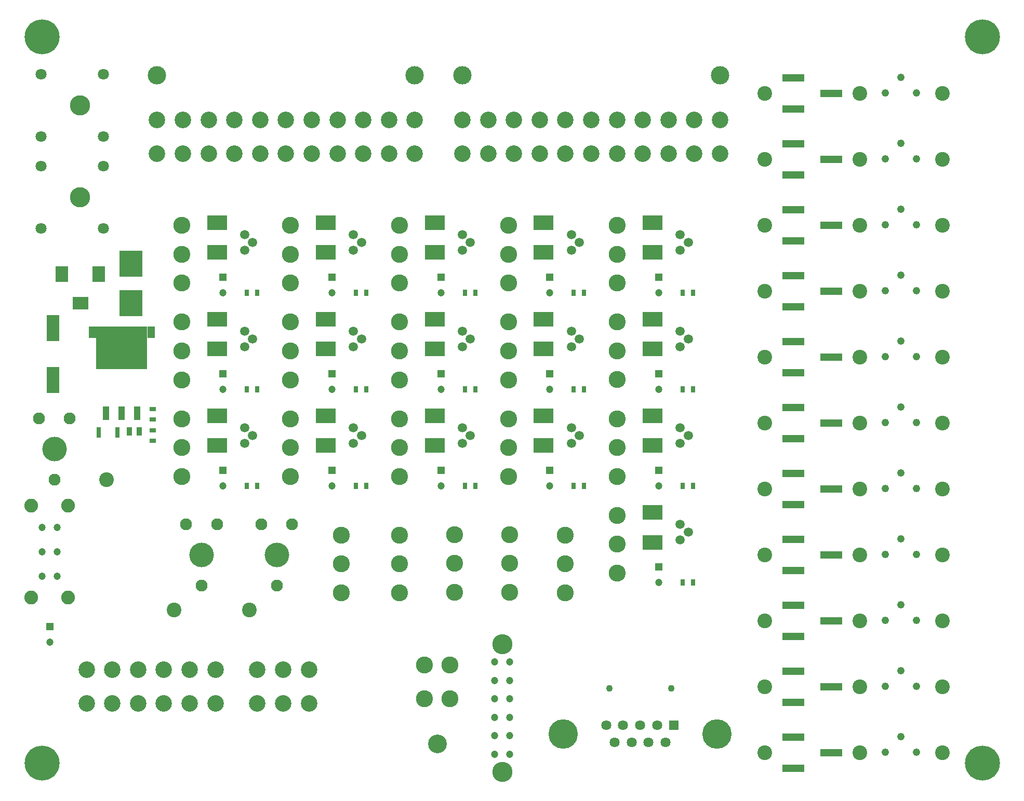
<source format=gbr>
%TF.GenerationSoftware,KiCad,Pcbnew,(6.0.1)*%
%TF.CreationDate,2024-03-16T16:01:57+01:00*%
%TF.ProjectId,mock_up_pcb,6d6f636b-5f75-4705-9f70-63622e6b6963,rev?*%
%TF.SameCoordinates,Original*%
%TF.FileFunction,Soldermask,Top*%
%TF.FilePolarity,Negative*%
%FSLAX46Y46*%
G04 Gerber Fmt 4.6, Leading zero omitted, Abs format (unit mm)*
G04 Created by KiCad (PCBNEW (6.0.1)) date 2024-03-16 16:01:57*
%MOMM*%
%LPD*%
G01*
G04 APERTURE LIST*
%ADD10C,1.500000*%
%ADD11C,1.240000*%
%ADD12R,1.200000X1.200000*%
%ADD13C,1.200000*%
%ADD14C,2.400000*%
%ADD15C,5.700000*%
%ADD16R,3.300000X2.450000*%
%ADD17R,0.800000X1.000000*%
%ADD18C,1.800000*%
%ADD19C,3.300000*%
%ADD20C,3.000000*%
%ADD21C,2.700000*%
%ADD22C,2.775000*%
%ADD23R,3.550000X1.190000*%
%ADD24R,1.070000X2.160000*%
%ADD25R,8.330000X7.000000*%
%ADD26R,1.235000X1.910000*%
%ADD27R,0.960000X1.390000*%
%ADD28R,3.810000X4.240000*%
%ADD29C,4.000000*%
%ADD30C,1.950000*%
%ADD31R,0.710000X1.780000*%
%ADD32R,1.635000X1.635000*%
%ADD33C,1.635000*%
%ADD34C,4.800000*%
%ADD35R,2.050000X4.300000*%
%ADD36C,3.050000*%
%ADD37C,3.290000*%
%ADD38C,2.250000*%
%ADD39C,1.100000*%
%ADD40R,1.000000X0.800000*%
%ADD41R,2.000000X2.600000*%
%ADD42R,2.600000X2.000000*%
G04 APERTURE END LIST*
D10*
%TO.C,Q13*%
X212250000Y-78750000D03*
X213550000Y-80020000D03*
X212250000Y-81290000D03*
%TD*%
%TO.C,Q14*%
X265500000Y-94500000D03*
X266800000Y-95770000D03*
X265500000Y-97040000D03*
%TD*%
%TO.C,Q7*%
X194500000Y-110250000D03*
X195800000Y-111520000D03*
X194500000Y-112790000D03*
%TD*%
%TO.C,Q6*%
X230000000Y-94500000D03*
X231300000Y-95770000D03*
X230000000Y-97040000D03*
%TD*%
%TO.C,Q16*%
X247750000Y-94500000D03*
X249050000Y-95770000D03*
X247750000Y-97040000D03*
%TD*%
%TO.C,Q1*%
X230000000Y-78750000D03*
X231300000Y-80020000D03*
X230000000Y-81290000D03*
%TD*%
%TO.C,Q15*%
X194500000Y-78750000D03*
X195800000Y-80020000D03*
X194500000Y-81290000D03*
%TD*%
%TO.C,Q9*%
X230000000Y-110250000D03*
X231300000Y-111520000D03*
X230000000Y-112790000D03*
%TD*%
%TO.C,Q4*%
X194500000Y-94500000D03*
X195800000Y-95770000D03*
X194500000Y-97040000D03*
%TD*%
%TO.C,Q8*%
X212250000Y-110250000D03*
X213550000Y-111520000D03*
X212250000Y-112790000D03*
%TD*%
%TO.C,Q12*%
X265500000Y-126000000D03*
X266800000Y-127270000D03*
X265500000Y-128540000D03*
%TD*%
%TO.C,Q2*%
X247750000Y-78750000D03*
X249050000Y-80020000D03*
X247750000Y-81290000D03*
%TD*%
%TO.C,Q5*%
X212250000Y-94500000D03*
X213550000Y-95770000D03*
X212250000Y-97040000D03*
%TD*%
%TO.C,Q10*%
X247750000Y-110250000D03*
X249050000Y-111520000D03*
X247750000Y-112790000D03*
%TD*%
%TO.C,Q3*%
X265500000Y-78750000D03*
X266800000Y-80020000D03*
X265500000Y-81290000D03*
%TD*%
%TO.C,Q11*%
X265500000Y-110250000D03*
X266800000Y-111520000D03*
X265500000Y-112790000D03*
%TD*%
D11*
%TO.C,VR19*%
X298945000Y-87925000D03*
X301485000Y-85385000D03*
X304025000Y-87925000D03*
%TD*%
%TO.C,VR21*%
X298945000Y-66425000D03*
X301485000Y-63885000D03*
X304025000Y-66425000D03*
%TD*%
%TO.C,VR15*%
X298945000Y-130925000D03*
X301485000Y-128385000D03*
X304025000Y-130925000D03*
%TD*%
%TO.C,VR14*%
X298945000Y-141675000D03*
X301485000Y-139135000D03*
X304025000Y-141675000D03*
%TD*%
%TO.C,VR17*%
X298945000Y-109425000D03*
X301485000Y-106885000D03*
X304025000Y-109425000D03*
%TD*%
%TO.C,VR16*%
X298945000Y-120175000D03*
X301485000Y-117635000D03*
X304025000Y-120175000D03*
%TD*%
%TO.C,VR20*%
X298945000Y-77175000D03*
X301485000Y-74635000D03*
X304025000Y-77175000D03*
%TD*%
%TO.C,VR13*%
X298945000Y-152425000D03*
X301485000Y-149885000D03*
X304025000Y-152425000D03*
%TD*%
%TO.C,VR22*%
X298945000Y-55675000D03*
X301485000Y-53135000D03*
X304025000Y-55675000D03*
%TD*%
%TO.C,VR12*%
X298945000Y-163175000D03*
X301485000Y-160635000D03*
X304025000Y-163175000D03*
%TD*%
%TO.C,VR18*%
X298945000Y-98675000D03*
X301485000Y-96135000D03*
X304025000Y-98675000D03*
%TD*%
D12*
%TO.C,LED13*%
X262000000Y-133000000D03*
D13*
X262000000Y-135540000D03*
%TD*%
D14*
%TO.C,TP35*%
X195250000Y-140000000D03*
%TD*%
%TO.C,TP1*%
X279250000Y-163250000D03*
%TD*%
D15*
%TO.C,REF\u002A\u002A*%
X161500000Y-46500000D03*
%TD*%
D16*
%TO.C,R14*%
X225500000Y-97450000D03*
X225500000Y-92550000D03*
%TD*%
D17*
%TO.C,R9*%
X265900000Y-88250000D03*
X267600000Y-88250000D03*
%TD*%
D18*
%TO.C,J8*%
X161340000Y-67646000D03*
X171500000Y-67646000D03*
X161340000Y-77806000D03*
X171500000Y-77806000D03*
D19*
X167700000Y-72726000D03*
%TD*%
D20*
%TO.C,J6*%
X272000000Y-52750000D03*
X230000000Y-52750000D03*
D21*
X230000000Y-60050000D03*
X234200000Y-60050000D03*
X238400000Y-60050000D03*
X242600000Y-60050000D03*
X246800000Y-60050000D03*
X251000000Y-60050000D03*
X255200000Y-60050000D03*
X259400000Y-60050000D03*
X263600000Y-60050000D03*
X267800000Y-60050000D03*
X272000000Y-60050000D03*
X230000000Y-65550000D03*
X234200000Y-65550000D03*
X238400000Y-65550000D03*
X242600000Y-65550000D03*
X246800000Y-65550000D03*
X251000000Y-65550000D03*
X255200000Y-65550000D03*
X259400000Y-65550000D03*
X263600000Y-65550000D03*
X267800000Y-65550000D03*
X272000000Y-65550000D03*
%TD*%
D17*
%TO.C,R7*%
X248150000Y-88250000D03*
X249850000Y-88250000D03*
%TD*%
%TO.C,R17*%
X194900000Y-119750000D03*
X196600000Y-119750000D03*
%TD*%
D22*
%TO.C,S14*%
X255250000Y-133950000D03*
X255250000Y-129250000D03*
X255250000Y-124550000D03*
%TD*%
D14*
%TO.C,TP3*%
X279250000Y-141750000D03*
%TD*%
D23*
%TO.C,VR3*%
X283925000Y-139210000D03*
X290075000Y-141750000D03*
X283925000Y-144290000D03*
%TD*%
D12*
%TO.C,LED7*%
X226500000Y-101500000D03*
D13*
X226500000Y-104040000D03*
%TD*%
D23*
%TO.C,VR5*%
X283925000Y-117710000D03*
X290075000Y-120250000D03*
X283925000Y-122790000D03*
%TD*%
D22*
%TO.C,S6*%
X184250000Y-102450000D03*
X184250000Y-97750000D03*
X184250000Y-93050000D03*
%TD*%
D12*
%TO.C,LED2*%
X226500000Y-85750000D03*
D13*
X226500000Y-88290000D03*
%TD*%
D14*
%TO.C,TP26*%
X308250000Y-131000000D03*
%TD*%
D17*
%TO.C,R11*%
X194900000Y-104000000D03*
X196600000Y-104000000D03*
%TD*%
D14*
%TO.C,TP30*%
X308250000Y-88000000D03*
%TD*%
D22*
%TO.C,S3*%
X219750000Y-86700000D03*
X219750000Y-82000000D03*
X219750000Y-77300000D03*
%TD*%
D17*
%TO.C,R21*%
X230400000Y-119750000D03*
X232100000Y-119750000D03*
%TD*%
D12*
%TO.C,LED11*%
X244250000Y-117250000D03*
D13*
X244250000Y-119790000D03*
%TD*%
D23*
%TO.C,VR6*%
X283925000Y-106960000D03*
X290075000Y-109500000D03*
X283925000Y-112040000D03*
%TD*%
D15*
%TO.C,REF\u002A\u002A*%
X314750000Y-165000000D03*
%TD*%
D14*
%TO.C,TP27*%
X308250000Y-120250000D03*
%TD*%
D23*
%TO.C,VR4*%
X283925000Y-128460000D03*
X290075000Y-131000000D03*
X283925000Y-133540000D03*
%TD*%
D22*
%TO.C,S23*%
X210250000Y-137200000D03*
X210250000Y-132500000D03*
X210250000Y-127800000D03*
%TD*%
D16*
%TO.C,R24*%
X261000000Y-113200000D03*
X261000000Y-108300000D03*
%TD*%
D22*
%TO.C,S21*%
X237750000Y-137100000D03*
X237750000Y-132400000D03*
X237750000Y-127700000D03*
%TD*%
%TO.C,S7*%
X202000000Y-102450000D03*
X202000000Y-97750000D03*
X202000000Y-93050000D03*
%TD*%
D14*
%TO.C,TP32*%
X308250000Y-66500000D03*
%TD*%
D24*
%TO.C,IC1*%
X171960000Y-107920000D03*
X174500000Y-107920000D03*
X177040000Y-107920000D03*
D25*
X174500000Y-97250000D03*
D26*
X179282500Y-94705000D03*
X169717500Y-94705000D03*
%TD*%
D22*
%TO.C,S11*%
X219750000Y-118200000D03*
X219750000Y-113500000D03*
X219750000Y-108800000D03*
%TD*%
D14*
%TO.C,TP33*%
X308250000Y-55750000D03*
%TD*%
D20*
%TO.C,J5*%
X222250000Y-52750000D03*
X180250000Y-52750000D03*
D21*
X180250000Y-60050000D03*
X184450000Y-60050000D03*
X188650000Y-60050000D03*
X192850000Y-60050000D03*
X197050000Y-60050000D03*
X201250000Y-60050000D03*
X205450000Y-60050000D03*
X209650000Y-60050000D03*
X213850000Y-60050000D03*
X218050000Y-60050000D03*
X222250000Y-60050000D03*
X180250000Y-65550000D03*
X184450000Y-65550000D03*
X188650000Y-65550000D03*
X192850000Y-65550000D03*
X197050000Y-65550000D03*
X201250000Y-65550000D03*
X205450000Y-65550000D03*
X209650000Y-65550000D03*
X213850000Y-65550000D03*
X218050000Y-65550000D03*
X222250000Y-65550000D03*
%TD*%
D14*
%TO.C,TP18*%
X294750000Y-98750000D03*
%TD*%
D22*
%TO.C,S13*%
X255250000Y-118200000D03*
X255250000Y-113500000D03*
X255250000Y-108800000D03*
%TD*%
D23*
%TO.C,VR10*%
X283925000Y-63960000D03*
X290075000Y-66500000D03*
X283925000Y-69040000D03*
%TD*%
D16*
%TO.C,R8*%
X261000000Y-81700000D03*
X261000000Y-76800000D03*
%TD*%
D14*
%TO.C,TP10*%
X279250000Y-66500000D03*
%TD*%
D27*
%TO.C,C2*%
X177310000Y-110831000D03*
X175690000Y-110831000D03*
%TD*%
D14*
%TO.C,TP23*%
X308250000Y-163250000D03*
%TD*%
D22*
%TO.C,S4*%
X237500000Y-86700000D03*
X237500000Y-82000000D03*
X237500000Y-77300000D03*
%TD*%
D17*
%TO.C,R27*%
X265900000Y-135500000D03*
X267600000Y-135500000D03*
%TD*%
%TO.C,R35*%
X248150000Y-104000000D03*
X249850000Y-104000000D03*
%TD*%
D14*
%TO.C,TP24*%
X308250000Y-152500000D03*
%TD*%
D28*
%TO.C,F1*%
X176000000Y-83565000D03*
X176000000Y-89935000D03*
%TD*%
D14*
%TO.C,TP21*%
X294750000Y-66500000D03*
%TD*%
%TO.C,TP31*%
X308250000Y-77250000D03*
%TD*%
%TO.C,TP9*%
X279250000Y-77250000D03*
%TD*%
D12*
%TO.C,LED6*%
X208750000Y-101500000D03*
D13*
X208750000Y-104040000D03*
%TD*%
D16*
%TO.C,R16*%
X190000000Y-113200000D03*
X190000000Y-108300000D03*
%TD*%
D14*
%TO.C,TP20*%
X294750000Y-77250000D03*
%TD*%
%TO.C,TP28*%
X308250000Y-109500000D03*
%TD*%
%TO.C,TP15*%
X294750000Y-131000000D03*
%TD*%
D22*
%TO.C,S8*%
X219750000Y-102450000D03*
X219750000Y-97750000D03*
X219750000Y-93050000D03*
%TD*%
D17*
%TO.C,R4*%
X230400000Y-88250000D03*
X232100000Y-88250000D03*
%TD*%
D12*
%TO.C,LED3*%
X244250000Y-85750000D03*
D13*
X244250000Y-88290000D03*
%TD*%
D14*
%TO.C,TP11*%
X279250000Y-55750000D03*
%TD*%
D17*
%TO.C,R13*%
X212650000Y-104000000D03*
X214350000Y-104000000D03*
%TD*%
D16*
%TO.C,R32*%
X190000000Y-81700000D03*
X190000000Y-76800000D03*
%TD*%
%TO.C,R12*%
X207750000Y-97450000D03*
X207750000Y-92550000D03*
%TD*%
%TO.C,R3*%
X225500000Y-81700000D03*
X225500000Y-76800000D03*
%TD*%
D29*
%TO.C,Shunt_Ctrl1*%
X163500000Y-113750000D03*
D30*
X166000000Y-108750000D03*
X161000000Y-108750000D03*
X163500000Y-118750000D03*
%TD*%
D12*
%TO.C,LED14*%
X208750000Y-85750000D03*
D13*
X208750000Y-88290000D03*
%TD*%
D22*
%TO.C,S12*%
X237500000Y-118200000D03*
X237500000Y-113500000D03*
X237500000Y-108800000D03*
%TD*%
D17*
%TO.C,R25*%
X265900000Y-119750000D03*
X267600000Y-119750000D03*
%TD*%
D22*
%TO.C,S5*%
X255250000Y-86700000D03*
X255250000Y-82000000D03*
X255250000Y-77300000D03*
%TD*%
D14*
%TO.C,TP29*%
X308250000Y-98750000D03*
%TD*%
D23*
%TO.C,VR2*%
X283925000Y-149960000D03*
X290075000Y-152500000D03*
X283925000Y-155040000D03*
%TD*%
D14*
%TO.C,TP8*%
X279250000Y-88000000D03*
%TD*%
D15*
%TO.C,REF\u002A\u002A*%
X161500000Y-165000000D03*
%TD*%
D12*
%TO.C,LED4*%
X262000000Y-85750000D03*
D13*
X262000000Y-88290000D03*
%TD*%
D14*
%TO.C,TP22*%
X294750000Y-55750000D03*
%TD*%
D22*
%TO.C,S18*%
X237500000Y-102450000D03*
X237500000Y-97750000D03*
X237500000Y-93050000D03*
%TD*%
D12*
%TO.C,LED5*%
X191000000Y-101500000D03*
D13*
X191000000Y-104040000D03*
%TD*%
D16*
%TO.C,R28*%
X207750000Y-81700000D03*
X207750000Y-76800000D03*
%TD*%
%TO.C,R5*%
X243250000Y-81700000D03*
X243250000Y-76800000D03*
%TD*%
%TO.C,R18*%
X207750000Y-113200000D03*
X207750000Y-108300000D03*
%TD*%
D31*
%TO.C,C1*%
X170710000Y-111081000D03*
X173790000Y-111081000D03*
%TD*%
D22*
%TO.C,S17*%
X184250000Y-86700000D03*
X184250000Y-82000000D03*
X184250000Y-77300000D03*
%TD*%
D16*
%TO.C,R34*%
X243250000Y-97450000D03*
X243250000Y-92550000D03*
%TD*%
D21*
%TO.C,J3*%
X205000000Y-155250000D03*
X200800000Y-155250000D03*
X196600000Y-155250000D03*
X205000000Y-149750000D03*
X200800000Y-149750000D03*
X196600000Y-149750000D03*
%TD*%
D15*
%TO.C,REF\u002A\u002A*%
X314750000Y-46500000D03*
%TD*%
D14*
%TO.C,TP5*%
X279250000Y-120250000D03*
%TD*%
%TO.C,TP7*%
X279250000Y-98750000D03*
%TD*%
%TO.C,TP34*%
X172000000Y-118750000D03*
%TD*%
D32*
%TO.C,J2*%
X264500000Y-158780000D03*
D33*
X261730000Y-158780000D03*
X258960000Y-158780000D03*
X256190000Y-158780000D03*
X253420000Y-158780000D03*
X263115000Y-161620000D03*
X260345000Y-161620000D03*
X257575000Y-161620000D03*
X254805000Y-161620000D03*
D34*
X271460000Y-160200000D03*
X246460000Y-160200000D03*
%TD*%
D12*
%TO.C,LED1*%
X162750000Y-142730000D03*
D13*
X162750000Y-145270000D03*
%TD*%
D22*
%TO.C,S19*%
X219750000Y-137200000D03*
X219750000Y-132500000D03*
X219750000Y-127800000D03*
%TD*%
D16*
%TO.C,R20*%
X225500000Y-113200000D03*
X225500000Y-108300000D03*
%TD*%
D35*
%TO.C,C3*%
X163250000Y-102450000D03*
X163250000Y-94050000D03*
%TD*%
D36*
%TO.C,J1*%
X225900000Y-161800000D03*
D22*
X228000000Y-154500000D03*
X223800000Y-154500000D03*
X228000000Y-149000000D03*
X223800000Y-149000000D03*
%TD*%
%TO.C,S15*%
X202000000Y-86700000D03*
X202000000Y-82000000D03*
X202000000Y-77300000D03*
%TD*%
D12*
%TO.C,LED12*%
X262000000Y-117250000D03*
D13*
X262000000Y-119790000D03*
%TD*%
D18*
%TO.C,J7*%
X161340000Y-52646000D03*
X171500000Y-52646000D03*
X161340000Y-62806000D03*
X171500000Y-62806000D03*
D19*
X167700000Y-57726000D03*
%TD*%
D17*
%TO.C,R23*%
X248150000Y-119750000D03*
X249850000Y-119750000D03*
%TD*%
D23*
%TO.C,VR8*%
X283925000Y-85460000D03*
X290075000Y-88000000D03*
X283925000Y-90540000D03*
%TD*%
D13*
%TO.C,S1*%
X237750000Y-148500000D03*
X237750000Y-151500000D03*
X237750000Y-154500000D03*
X237750000Y-157500000D03*
X237750000Y-160500000D03*
X237750000Y-163500000D03*
X235250000Y-148500000D03*
X235250000Y-151500000D03*
X235250000Y-154500000D03*
X235250000Y-157500000D03*
X235250000Y-160500000D03*
X235250000Y-163500000D03*
D37*
X236500000Y-145600000D03*
X236500000Y-166400000D03*
%TD*%
D17*
%TO.C,R19*%
X212650000Y-119750000D03*
X214350000Y-119750000D03*
%TD*%
%TO.C,R15*%
X230400000Y-104000000D03*
X232100000Y-104000000D03*
%TD*%
D14*
%TO.C,TP12*%
X294750000Y-163250000D03*
%TD*%
D17*
%TO.C,R29*%
X212650000Y-88250000D03*
X214350000Y-88250000D03*
%TD*%
D21*
%TO.C,J4*%
X189750000Y-155250000D03*
X185550000Y-155250000D03*
X181350000Y-155250000D03*
X177150000Y-155250000D03*
X172950000Y-155250000D03*
X168750000Y-155250000D03*
X189750000Y-149750000D03*
X185550000Y-149750000D03*
X181350000Y-149750000D03*
X177150000Y-149750000D03*
X172950000Y-149750000D03*
X168750000Y-149750000D03*
%TD*%
D22*
%TO.C,S9*%
X184250000Y-118200000D03*
X184250000Y-113500000D03*
X184250000Y-108800000D03*
%TD*%
D14*
%TO.C,TP2*%
X279250000Y-152500000D03*
%TD*%
D12*
%TO.C,LED9*%
X208750000Y-117250000D03*
D13*
X208750000Y-119790000D03*
%TD*%
D12*
%TO.C,LED16*%
X191000000Y-85750000D03*
D13*
X191000000Y-88290000D03*
%TD*%
%TO.C,S2*%
X161500000Y-134500000D03*
X161500000Y-130500000D03*
X161500000Y-126500000D03*
X164000000Y-134500000D03*
X164000000Y-130500000D03*
X164000000Y-126500000D03*
D38*
X159750000Y-138000000D03*
X159750000Y-123000000D03*
X165750000Y-138000000D03*
X165750000Y-123000000D03*
%TD*%
D39*
%TO.C,R6*%
X264000000Y-152750000D03*
X254000000Y-152750000D03*
%TD*%
D16*
%TO.C,R30*%
X261000000Y-97450000D03*
X261000000Y-92550000D03*
%TD*%
D23*
%TO.C,VR11*%
X283925000Y-53210000D03*
X290075000Y-55750000D03*
X283925000Y-58290000D03*
%TD*%
D22*
%TO.C,S16*%
X255250000Y-102410000D03*
X255250000Y-97710000D03*
X255250000Y-93010000D03*
%TD*%
D29*
%TO.C,Hall_high1*%
X187500000Y-131000000D03*
D30*
X190000000Y-126000000D03*
X185000000Y-126000000D03*
X187500000Y-136000000D03*
%TD*%
D16*
%TO.C,R10*%
X190000000Y-97450000D03*
X190000000Y-92550000D03*
%TD*%
D12*
%TO.C,LED15*%
X262000000Y-101500000D03*
D13*
X262000000Y-104040000D03*
%TD*%
D14*
%TO.C,TP25*%
X308250000Y-141750000D03*
%TD*%
D16*
%TO.C,R22*%
X243250000Y-113200000D03*
X243250000Y-108300000D03*
%TD*%
D22*
%TO.C,S22*%
X246760383Y-137201670D03*
X246760383Y-132501670D03*
X246760383Y-127801670D03*
%TD*%
D12*
%TO.C,LED10*%
X226500000Y-117250000D03*
D13*
X226500000Y-119790000D03*
%TD*%
D12*
%TO.C,LED8*%
X191000000Y-117250000D03*
D13*
X191000000Y-119790000D03*
%TD*%
D22*
%TO.C,S10*%
X202000000Y-118200000D03*
X202000000Y-113500000D03*
X202000000Y-108800000D03*
%TD*%
D23*
%TO.C,VR1*%
X283925000Y-160710000D03*
X290075000Y-163250000D03*
X283925000Y-165790000D03*
%TD*%
D14*
%TO.C,TP13*%
X294750000Y-152500000D03*
%TD*%
D16*
%TO.C,R26*%
X261000000Y-128950000D03*
X261000000Y-124050000D03*
%TD*%
D29*
%TO.C,Hall_low1*%
X199750000Y-131000000D03*
D30*
X202250000Y-126000000D03*
X197250000Y-126000000D03*
X199750000Y-136000000D03*
%TD*%
D14*
%TO.C,TP19*%
X294750000Y-88000000D03*
%TD*%
D23*
%TO.C,VR9*%
X283925000Y-74710000D03*
X290075000Y-77250000D03*
X283925000Y-79790000D03*
%TD*%
%TO.C,VR7*%
X283925000Y-96210000D03*
X290075000Y-98750000D03*
X283925000Y-101290000D03*
%TD*%
D14*
%TO.C,TP4*%
X279250000Y-131000000D03*
%TD*%
D40*
%TO.C,R1*%
X179500000Y-107231000D03*
X179500000Y-108931000D03*
%TD*%
D17*
%TO.C,R31*%
X265900000Y-104000000D03*
X267600000Y-104000000D03*
%TD*%
D14*
%TO.C,TP17*%
X294750000Y-109500000D03*
%TD*%
%TO.C,TP14*%
X294750000Y-141750000D03*
%TD*%
D40*
%TO.C,R2*%
X179500000Y-110731000D03*
X179500000Y-112431000D03*
%TD*%
D22*
%TO.C,S20*%
X228750000Y-137100000D03*
X228750000Y-132400000D03*
X228750000Y-127700000D03*
%TD*%
D41*
%TO.C,J10*%
X170750000Y-85250000D03*
X164750000Y-85250000D03*
D42*
X167750000Y-89950000D03*
%TD*%
D14*
%TO.C,TP6*%
X279250000Y-109500000D03*
%TD*%
%TO.C,TP36*%
X183000000Y-140000000D03*
%TD*%
%TO.C,TP16*%
X294750000Y-120250000D03*
%TD*%
D17*
%TO.C,R33*%
X194900000Y-88250000D03*
X196600000Y-88250000D03*
%TD*%
D12*
%TO.C,LED17*%
X244250000Y-101500000D03*
D13*
X244250000Y-104040000D03*
%TD*%
M02*

</source>
